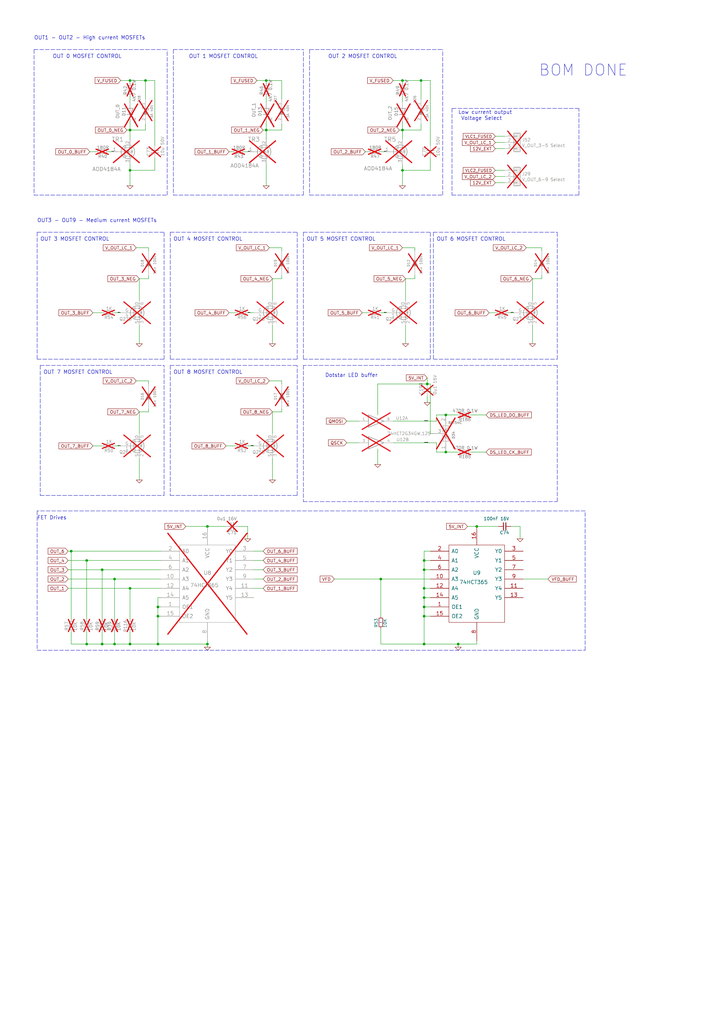
<source format=kicad_sch>
(kicad_sch (version 20231120) (generator "eeschema") (generator_version "8.0")
  (paper "A3" portrait)
  (title_block (title "Duet 3 Main Board 6XD") (date "2023-02-22") (rev "1.01") (company "Duet3d") (comment 1 "(c) Duet3D"))
  (junction (at 173.99 229.87))
  (junction (at 64.77 248.92))
  (junction (at 165.1 53.34))
  (junction (at 109.22 33.02))
  (junction (at 46.99 264.16))
  (junction (at 195.58 215.9))
  (junction (at 109.22 53.34))
  (junction (at 173.99 233.68))
  (junction (at 187.96 264.16))
  (junction (at 41.91 264.16))
  (junction (at 173.99 241.3))
  (junction (at 59.69 33.02))
  (junction (at 172.72 33.02))
  (junction (at 85.09 215.9))
  (junction (at 35.56 264.16))
  (junction (at 53.34 33.02))
  (junction (at 156.21 237.49))
  (junction (at 173.99 248.92))
  (junction (at 182.88 185.42))
  (junction (at 35.56 229.87))
  (junction (at 173.99 252.73))
  (junction (at 182.88 170.18))
  (junction (at 173.99 245.11))
  (junction (at 53.34 264.16))
  (junction (at 53.34 53.34))
  (junction (at 165.1 33.02))
  (junction (at 53.34 241.3))
  (junction (at 85.09 264.16))
  (junction (at 64.77 264.16))
  (junction (at 29.21 226.06))
  (junction (at 173.99 264.16))
  (junction (at 64.77 252.73))
  (junction (at 46.99 237.49))
  (junction (at 165.1 69.85))
  (junction (at 53.34 69.85))
  (junction (at 175.26 157.48))
  (junction (at 41.91 233.68))
  (wire (pts (xy 165.1 53.34) (xy 172.72 53.34)))
  (wire (pts (xy 187.96 170.18) (xy 182.88 170.18)))
  (wire (pts (xy 59.69 53.34) (xy 59.69 50.8)))
  (wire (pts (xy 27.94 233.68) (xy 41.91 233.68)))
  (wire (pts (xy 156.21 252.73) (xy 156.21 237.49)))
  (wire (pts (xy 29.21 254) (xy 29.21 226.06)))
  (wire (pts (xy 176.53 33.02) (xy 176.53 59.69)))
  (wire (pts (xy 27.94 229.87) (xy 35.56 229.87)))
  (wire (pts (xy 85.09 264.16) (xy 85.09 262.89)))
  (wire (pts (xy 166.37 114.3) (xy 166.37 123.19)))
  (wire (pts (xy 154.94 157.48) (xy 175.26 157.48)))
  (wire (pts (xy 27.94 237.49) (xy 46.99 237.49)))
  (wire (pts (xy 35.56 264.16) (xy 29.21 264.16)))
  (polyline (pts (xy 176.53 147.32) (xy 176.53 95.25)) (stroke (width 0) (type dash)))
  (wire (pts (xy 60.96 156.21) (xy 55.88 156.21)))
  (wire (pts (xy 115.57 168.91) (xy 115.57 167.64)))
  (wire (pts (xy 53.34 67.31) (xy 53.34 69.85)))
  (wire (pts (xy 173.99 248.92) (xy 173.99 252.73)))
  (wire (pts (xy 179.07 172.72) (xy 179.07 170.18)))
  (wire (pts (xy 38.1 128.27) (xy 41.91 128.27)))
  (wire (pts (xy 41.91 264.16) (xy 35.56 264.16)))
  (polyline (pts (xy 127 80.01) (xy 181.61 80.01)) (stroke (width 0) (type dash)))
  (wire (pts (xy 53.34 33.02) (xy 53.34 34.29)))
  (wire (pts (xy 41.91 254) (xy 41.91 233.68)))
  (wire (pts (xy 64.77 252.73) (xy 64.77 248.92)))
  (wire (pts (xy 207.01 74.93) (xy 203.2 74.93)))
  (wire (pts (xy 173.99 245.11) (xy 176.53 245.11)))
  (wire (pts (xy 57.15 168.91) (xy 60.96 168.91)))
  (polyline (pts (xy 71.12 20.32) (xy 124.46 20.32)) (stroke (width 0) (type dash)))
  (polyline (pts (xy 124.46 95.25) (xy 124.46 147.32)) (stroke (width 0) (type dash)))
  (wire (pts (xy 100.33 62.23) (xy 101.6 62.23)))
  (polyline (pts (xy 127 20.32) (xy 127 80.01)) (stroke (width 0) (type dash)))
  (wire (pts (xy 115.57 53.34) (xy 115.57 50.8)))
  (wire (pts (xy 199.39 170.18) (xy 193.04 170.18)))
  (wire (pts (xy 204.47 215.9) (xy 195.58 215.9)))
  (wire (pts (xy 35.56 229.87) (xy 66.04 229.87)))
  (wire (pts (xy 207.01 72.39) (xy 203.2 72.39)))
  (polyline (pts (xy 177.8 147.32) (xy 228.6 147.32)) (stroke (width 0) (type dash)))
  (wire (pts (xy 173.99 252.73) (xy 173.99 264.16)))
  (polyline (pts (xy 15.24 95.25) (xy 15.24 147.32)) (stroke (width 0) (type dash)))
  (wire (pts (xy 53.34 49.53) (xy 53.34 53.34)))
  (wire (pts (xy 64.77 264.16) (xy 85.09 264.16)))
  (wire (pts (xy 64.77 252.73) (xy 66.04 252.73)))
  (wire (pts (xy 109.22 33.02) (xy 109.22 34.29)))
  (wire (pts (xy 172.72 33.02) (xy 176.53 33.02)))
  (wire (pts (xy 45.72 62.23) (xy 44.45 62.23)))
  (wire (pts (xy 57.15 168.91) (xy 57.15 177.8)))
  (wire (pts (xy 191.77 215.9) (xy 195.58 215.9)))
  (wire (pts (xy 107.95 237.49) (xy 104.14 237.49)))
  (wire (pts (xy 175.26 162.56) (xy 175.26 165.1)))
  (wire (pts (xy 53.34 39.37) (xy 53.34 41.91)))
  (wire (pts (xy 115.57 157.48) (xy 115.57 156.21)))
  (wire (pts (xy 60.96 114.3) (xy 60.96 113.03)))
  (wire (pts (xy 209.55 215.9) (xy 213.36 215.9)))
  (polyline (pts (xy 69.85 149.86) (xy 69.85 203.2)) (stroke (width 0) (type dash)))
  (wire (pts (xy 172.72 40.64) (xy 172.72 33.02)))
  (wire (pts (xy 38.1 182.88) (xy 41.91 182.88)))
  (wire (pts (xy 154.94 184.15) (xy 154.94 190.5)))
  (wire (pts (xy 41.91 233.68) (xy 66.04 233.68)))
  (wire (pts (xy 173.99 241.3) (xy 173.99 245.11)))
  (polyline (pts (xy 69.85 95.25) (xy 69.85 147.32)) (stroke (width 0) (type dash)))
  (wire (pts (xy 156.21 237.49) (xy 176.53 237.49)))
  (wire (pts (xy 165.1 69.85) (xy 165.1 76.2)))
  (polyline (pts (xy 69.85 95.25) (xy 121.92 95.25)) (stroke (width 0) (type dash)))
  (polyline (pts (xy 228.6 149.86) (xy 124.46 149.86)) (stroke (width 0) (type dash)))
  (wire (pts (xy 46.99 264.16) (xy 41.91 264.16)))
  (wire (pts (xy 111.76 168.91) (xy 115.57 168.91)))
  (polyline (pts (xy 124.46 80.01) (xy 124.46 20.32)) (stroke (width 0) (type dash)))
  (polyline (pts (xy 15.24 147.32) (xy 67.31 147.32)) (stroke (width 0) (type dash)))
  (polyline (pts (xy 16.51 149.86) (xy 16.51 203.2)) (stroke (width 0) (type dash)))
  (wire (pts (xy 179.07 170.18) (xy 182.88 170.18)))
  (wire (pts (xy 165.1 67.31) (xy 165.1 69.85)))
  (wire (pts (xy 173.99 245.11) (xy 173.99 248.92)))
  (polyline (pts (xy 240.03 266.7) (xy 240.03 209.55)) (stroke (width 0) (type dash)))
  (polyline (pts (xy 240.03 209.55) (xy 15.24 209.55)) (stroke (width 0) (type dash)))
  (wire (pts (xy 156.21 257.81) (xy 156.21 264.16)))
  (wire (pts (xy 218.44 133.35) (xy 218.44 140.97)))
  (wire (pts (xy 46.99 128.27) (xy 49.53 128.27)))
  (wire (pts (xy 176.53 64.77) (xy 176.53 69.85)))
  (polyline (pts (xy 228.6 147.32) (xy 228.6 95.25)) (stroke (width 0) (type dash)))
  (polyline (pts (xy 69.85 147.32) (xy 121.92 147.32)) (stroke (width 0) (type dash)))
  (polyline (pts (xy 15.24 266.7) (xy 240.03 266.7)) (stroke (width 0) (type dash)))
  (wire (pts (xy 213.36 215.9) (xy 213.36 220.98)))
  (wire (pts (xy 115.57 102.87) (xy 115.57 101.6)))
  (wire (pts (xy 166.37 114.3) (xy 170.18 114.3)))
  (wire (pts (xy 173.99 229.87) (xy 176.53 229.87)))
  (wire (pts (xy 187.96 185.42) (xy 182.88 185.42)))
  (wire (pts (xy 107.95 229.87) (xy 104.14 229.87)))
  (polyline (pts (xy 127 20.32) (xy 181.61 20.32)) (stroke (width 0) (type dash)))
  (wire (pts (xy 60.96 101.6) (xy 55.88 101.6)))
  (wire (pts (xy 175.26 157.48) (xy 175.26 154.94)))
  (wire (pts (xy 195.58 264.16) (xy 187.96 264.16)))
  (wire (pts (xy 63.5 69.85) (xy 53.34 69.85)))
  (wire (pts (xy 170.18 114.3) (xy 170.18 113.03)))
  (wire (pts (xy 57.15 187.96) (xy 57.15 196.85)))
  (wire (pts (xy 36.83 62.23) (xy 39.37 62.23)))
  (wire (pts (xy 203.2 55.88) (xy 207.01 55.88)))
  (wire (pts (xy 115.57 156.21) (xy 110.49 156.21)))
  (wire (pts (xy 109.22 49.53) (xy 109.22 53.34)))
  (wire (pts (xy 170.18 102.87) (xy 170.18 101.6)))
  (wire (pts (xy 115.57 114.3) (xy 115.57 113.03)))
  (wire (pts (xy 92.71 182.88) (xy 96.52 182.88)))
  (wire (pts (xy 173.99 252.73) (xy 176.53 252.73)))
  (wire (pts (xy 85.09 215.9) (xy 92.71 215.9)))
  (wire (pts (xy 156.21 128.27) (xy 158.75 128.27)))
  (wire (pts (xy 115.57 40.64) (xy 115.57 33.02)))
  (wire (pts (xy 172.72 53.34) (xy 172.72 50.8)))
  (polyline (pts (xy 71.12 20.32) (xy 71.12 80.01)) (stroke (width 0) (type dash)))
  (wire (pts (xy 111.76 114.3) (xy 115.57 114.3)))
  (polyline (pts (xy 69.85 203.2) (xy 121.92 203.2)) (stroke (width 0) (type dash)))
  (wire (pts (xy 107.95 233.68) (xy 104.14 233.68)))
  (wire (pts (xy 35.56 254) (xy 35.56 229.87)))
  (wire (pts (xy 101.6 128.27) (xy 104.14 128.27)))
  (wire (pts (xy 63.5 33.02) (xy 63.5 59.69)))
  (wire (pts (xy 173.99 226.06) (xy 173.99 229.87)))
  (wire (pts (xy 149.86 62.23) (xy 151.13 62.23)))
  (wire (pts (xy 176.53 177.8) (xy 177.8 177.8)))
  (wire (pts (xy 173.99 229.87) (xy 173.99 233.68)))
  (wire (pts (xy 60.96 168.91) (xy 60.96 167.64)))
  (polyline (pts (xy 124.46 205.74) (xy 228.6 205.74)) (stroke (width 0) (type dash)))
  (wire (pts (xy 157.48 62.23) (xy 156.21 62.23)))
  (wire (pts (xy 173.99 226.06) (xy 176.53 226.06)))
  (wire (pts (xy 176.53 69.85) (xy 165.1 69.85)))
  (wire (pts (xy 76.2 215.9) (xy 85.09 215.9)))
  (polyline (pts (xy 16.51 149.86) (xy 67.31 149.86)) (stroke (width 0) (type dash)))
  (wire (pts (xy 161.29 172.72) (xy 179.07 172.72)))
  (wire (pts (xy 207.01 58.42) (xy 203.2 58.42)))
  (polyline (pts (xy 124.46 147.32) (xy 176.53 147.32)) (stroke (width 0) (type dash)))
  (wire (pts (xy 179.07 185.42) (xy 182.88 185.42)))
  (wire (pts (xy 218.44 114.3) (xy 222.25 114.3)))
  (wire (pts (xy 53.34 57.15) (xy 53.34 53.34)))
  (wire (pts (xy 222.25 101.6) (xy 215.9 101.6)))
  (polyline (pts (xy 185.42 80.01) (xy 237.49 80.01)) (stroke (width 0) (type dash)))
  (wire (pts (xy 115.57 101.6) (xy 110.49 101.6)))
  (wire (pts (xy 179.07 181.61) (xy 179.07 185.42)))
  (wire (pts (xy 214.63 237.49) (xy 224.79 237.49)))
  (polyline (pts (xy 124.46 95.25) (xy 176.53 95.25)) (stroke (width 0) (type dash)))
  (wire (pts (xy 111.76 168.91) (xy 111.76 177.8)))
  (wire (pts (xy 27.94 226.06) (xy 29.21 226.06)))
  (wire (pts (xy 46.99 254) (xy 46.99 237.49)))
  (polyline (pts (xy 15.24 95.25) (xy 67.31 95.25)) (stroke (width 0) (type dash)))
  (wire (pts (xy 59.69 33.02) (xy 63.5 33.02)))
  (wire (pts (xy 107.95 226.06) (xy 104.14 226.06)))
  (wire (pts (xy 173.99 233.68) (xy 173.99 241.3)))
  (polyline (pts (xy 13.97 80.01) (xy 68.58 80.01)) (stroke (width 0) (type dash)))
  (wire (pts (xy 195.58 264.16) (xy 195.58 262.89)))
  (wire (pts (xy 156.21 264.16) (xy 173.99 264.16)))
  (polyline (pts (xy 121.92 147.32) (xy 121.92 95.25)) (stroke (width 0) (type dash)))
  (wire (pts (xy 109.22 67.31) (xy 109.22 76.2)))
  (polyline (pts (xy 15.24 209.55) (xy 15.24 266.7)) (stroke (width 0) (type dash)))
  (wire (pts (xy 109.22 53.34) (xy 107.95 53.34)))
  (wire (pts (xy 57.15 133.35) (xy 57.15 140.97)))
  (polyline (pts (xy 68.58 80.01) (xy 68.58 20.32)) (stroke (width 0) (type dash)))
  (wire (pts (xy 170.18 101.6) (xy 165.1 101.6)))
  (polyline (pts (xy 16.51 203.2) (xy 67.31 203.2)) (stroke (width 0) (type dash)))
  (polyline (pts (xy 67.31 147.32) (xy 67.31 95.25)) (stroke (width 0) (type dash)))
  (polyline (pts (xy 121.92 203.2) (xy 121.92 149.86)) (stroke (width 0) (type dash)))
  (wire (pts (xy 111.76 114.3) (xy 111.76 123.19)))
  (polyline (pts (xy 71.12 80.01) (xy 124.46 80.01)) (stroke (width 0) (type dash)))
  (wire (pts (xy 101.6 215.9) (xy 101.6 220.98)))
  (wire (pts (xy 64.77 245.11) (xy 66.04 245.11)))
  (wire (pts (xy 207.01 60.96) (xy 203.2 60.96)))
  (wire (pts (xy 137.16 237.49) (xy 156.21 237.49)))
  (wire (pts (xy 165.1 57.15) (xy 165.1 53.34)))
  (wire (pts (xy 161.29 181.61) (xy 179.07 181.61)))
  (wire (pts (xy 59.69 40.64) (xy 59.69 33.02)))
  (wire (pts (xy 175.26 157.48) (xy 176.53 157.48)))
  (wire (pts (xy 218.44 114.3) (xy 218.44 123.19)))
  (wire (pts (xy 200.66 128.27) (xy 203.2 128.27)))
  (wire (pts (xy 208.28 128.27) (xy 210.82 128.27)))
  (wire (pts (xy 97.79 215.9) (xy 101.6 215.9)))
  (wire (pts (xy 111.76 133.35) (xy 111.76 140.97)))
  (wire (pts (xy 142.24 181.61) (xy 147.32 181.61)))
  (wire (pts (xy 165.1 53.34) (xy 163.83 53.34)))
  (polyline (pts (xy 185.42 44.45) (xy 185.42 80.01)) (stroke (width 0) (type dash)))
  (wire (pts (xy 60.96 157.48) (xy 60.96 156.21)))
  (wire (pts (xy 29.21 259.08) (xy 29.21 264.16)))
  (wire (pts (xy 161.29 33.02) (xy 165.1 33.02)))
  (wire (pts (xy 154.94 157.48) (xy 154.94 170.18)))
  (wire (pts (xy 109.22 33.02) (xy 115.57 33.02)))
  (wire (pts (xy 46.99 237.49) (xy 66.04 237.49)))
  (wire (pts (xy 93.98 62.23) (xy 95.25 62.23)))
  (wire (pts (xy 165.1 49.53) (xy 165.1 53.34)))
  (wire (pts (xy 222.25 102.87) (xy 222.25 101.6)))
  (polyline (pts (xy 177.8 95.25) (xy 228.6 95.25)) (stroke (width 0) (type dash)))
  (wire (pts (xy 66.04 248.92) (xy 64.77 248.92)))
  (wire (pts (xy 57.15 114.3) (xy 57.15 123.19)))
  (wire (pts (xy 203.2 69.85) (xy 207.01 69.85)))
  (wire (pts (xy 53.34 264.16) (xy 46.99 264.16)))
  (wire (pts (xy 53.34 53.34) (xy 52.07 53.34)))
  (wire (pts (xy 53.34 254) (xy 53.34 241.3)))
  (wire (pts (xy 165.1 33.02) (xy 165.1 34.29)))
  (wire (pts (xy 105.41 33.02) (xy 109.22 33.02)))
  (polyline (pts (xy 237.49 44.45) (xy 185.42 44.45)) (stroke (width 0) (type dash)))
  (wire (pts (xy 173.99 264.16) (xy 187.96 264.16)))
  (wire (pts (xy 35.56 259.08) (xy 35.56 264.16)))
  (wire (pts (xy 85.09 265.43) (xy 85.09 264.16)))
  (wire (pts (xy 109.22 57.15) (xy 109.22 53.34)))
  (wire (pts (xy 41.91 259.08) (xy 41.91 264.16)))
  (wire (pts (xy 165.1 33.02) (xy 172.72 33.02)))
  (wire (pts (xy 29.21 226.06) (xy 66.04 226.06)))
  (wire (pts (xy 109.22 53.34) (xy 115.57 53.34)))
  (wire (pts (xy 46.99 182.88) (xy 49.53 182.88)))
  (wire (pts (xy 53.34 264.16) (xy 64.77 264.16)))
  (polyline (pts (xy 69.85 149.86) (xy 121.92 149.86)) (stroke (width 0) (type dash)))
  (wire (pts (xy 64.77 252.73) (xy 64.77 264.16)))
  (polyline (pts (xy 67.31 203.2) (xy 67.31 149.86)) (stroke (width 0) (type dash)))
  (polyline (pts (xy 237.49 80.01) (xy 237.49 44.45)) (stroke (width 0) (type dash)))
  (wire (pts (xy 64.77 248.92) (xy 64.77 245.11)))
  (wire (pts (xy 142.24 172.72) (xy 147.32 172.72)))
  (wire (pts (xy 60.96 102.87) (xy 60.96 101.6)))
  (wire (pts (xy 53.34 53.34) (xy 59.69 53.34)))
  (wire (pts (xy 109.22 39.37) (xy 109.22 41.91)))
  (wire (pts (xy 187.96 265.43) (xy 187.96 264.16)))
  (wire (pts (xy 111.76 187.96) (xy 111.76 196.85)))
  (wire (pts (xy 53.34 241.3) (xy 66.04 241.3)))
  (polyline (pts (xy 177.8 95.25) (xy 177.8 147.32)) (stroke (width 0) (type dash)))
  (wire (pts (xy 166.37 133.35) (xy 166.37 140.97)))
  (polyline (pts (xy 228.6 205.74) (xy 228.6 149.86)) (stroke (width 0) (type dash)))
  (polyline (pts (xy 13.97 20.32) (xy 13.97 80.01)) (stroke (width 0) (type dash)))
  (wire (pts (xy 222.25 114.3) (xy 222.25 113.03)))
  (wire (pts (xy 53.34 259.08) (xy 53.34 264.16)))
  (wire (pts (xy 176.53 248.92) (xy 173.99 248.92)))
  (wire (pts (xy 165.1 39.37) (xy 165.1 41.91)))
  (wire (pts (xy 173.99 241.3) (xy 176.53 241.3)))
  (wire (pts (xy 176.53 157.48) (xy 176.53 177.8)))
  (wire (pts (xy 199.39 185.42) (xy 193.04 185.42)))
  (wire (pts (xy 57.15 114.3) (xy 60.96 114.3)))
  (wire (pts (xy 49.53 33.02) (xy 53.34 33.02)))
  (wire (pts (xy 53.34 33.02) (xy 59.69 33.02)))
  (wire (pts (xy 46.99 259.08) (xy 46.99 264.16)))
  (wire (pts (xy 101.6 182.88) (xy 104.14 182.88)))
  (wire (pts (xy 148.59 128.27) (xy 151.13 128.27)))
  (wire (pts (xy 63.5 64.77) (xy 63.5 69.85)))
  (wire (pts (xy 107.95 241.3) (xy 104.14 241.3)))
  (wire (pts (xy 173.99 233.68) (xy 176.53 233.68)))
  (wire (pts (xy 53.34 69.85) (xy 53.34 76.2)))
  (polyline (pts (xy 181.61 80.01) (xy 181.61 20.32)) (stroke (width 0) (type dash)))
  (wire (pts (xy 27.94 241.3) (xy 53.34 241.3)))
  (polyline (pts (xy 124.46 149.86) (xy 124.46 205.74)) (stroke (width 0) (type dash)))
  (polyline (pts (xy 13.97 20.32) (xy 68.58 20.32)) (stroke (width 0) (type dash)))
  (wire (pts (xy 93.98 128.27) (xy 96.52 128.27)))
  (text "Dotstar LED buffer" (at 133.35 154.94 0) (effects (font (size 1.524 1.524)) (justify left bottom)))
  (text "OUT 0 MOSFET CONTROL" (at 21.59 24.13 0) (effects (font (size 1.524 1.524)) (justify left bottom)))
  (text "OUT 7 MOSFET CONTROL" (at 17.78 153.67 0) (effects (font (size 1.524 1.524)) (justify left bottom)))
  (text "OUT3 - OUT9 - Medium current MOSFETs" (at 15.24 91.44 0) (effects (font (size 1.524 1.524)) (justify left bottom)))
  (text "OUT 2 MOSFET CONTROL" (at 134.62 24.13 0) (effects (font (size 1.524 1.524)) (justify left bottom)))
  (text "OUT 5 MOSFET CONTROL" (at 125.73 99.06 0) (effects (font (size 1.524 1.524)) (justify left bottom)))
  (text "OUT 8 MOSFET CONTROL" (at 71.12 153.67 0) (effects (font (size 1.524 1.524)) (justify left bottom)))
  (text "OUT 6 MOSFET CONTROL" (at 179.07 99.06 0) (effects (font (size 1.524 1.524)) (justify left bottom)))
  (text "FET Drives" (at 15.24 213.36 0) (effects (font (size 1.524 1.524)) (justify left bottom)))
  (text "OUT 4 MOSFET CONTROL" (at 71.12 99.06 0) (effects (font (size 1.524 1.524)) (justify left bottom)))
  (text "OUT 3 MOSFET CONTROL" (at 16.51 99.06 0) (effects (font (size 1.524 1.524)) (justify left bottom)))
  (text "OUT 1 MOSFET CONTROL" (at 77.47 24.13 0) (effects (font (size 1.524 1.524)) (justify left bottom)))
  (text "Low current output\n Voltage Select" (at 187.96 49.53 0) (effects (font (size 1.524 1.524)) (justify left bottom)))
  (text "BOM DONE\n" (at 239.268 28.956 0) (effects (font (size 4.572 4.572))))
  (text "OUT1 - OUT2 - High current MOSFETs" (at 13.97 16.51 0) (effects (font (size 1.524 1.524)) (justify left bottom)))
  (label "out3_g" (at 48.26 128.27 0) (effects (font (size 0.2032 0.2032))))
  (label "TR1_G" (at 45.72 62.23 0) (effects (font (size 0.2032 0.2032))))
  (label "out8_g" (at 102.87 182.88 0) (effects (font (size 0.2032 0.2032))))
  (label "U12_OUTB" (at 173.99 181.61 0) (effects (font (size 0.2032 0.2032))))
  (label "out7_g" (at 48.26 182.88 0) (effects (font (size 0.2032 0.2032))))
  (label "U12_OUTA" (at 173.99 172.72 0) (effects (font (size 0.2032 0.2032))))
  (label "TR3_G" (at 101.6 62.23 0) (effects (font (size 0.2032 0.2032))))
  (label "TR5_G" (at 157.48 62.23 0) (effects (font (size 0.2032 0.2032))))
  (label "out6_g" (at 209.55 128.27 0) (effects (font (size 0.2032 0.2032))))
  (label "out4_g" (at 101.6 128.27 0) (effects (font (size 0.2032 0.2032))))
  (label "out5_g" (at 157.48 128.27 0) (effects (font (size 0.2032 0.2032))))
  (global_label "QMOSI" (shape input) (at 142.24 172.72 180) (property "Intersheetrefs" "${INTERSHEET_REFS}" (effects (hide yes))))
  (global_label "DS_LED_DO_BUFF" (shape input) (at 199.39 170.18 0) (property "Intersheetrefs" "${INTERSHEET_REFS}" (effects (hide yes))))
  (global_label "OUT_6_BUFF" (shape input) (at 107.95 226.06 0) (property "Intersheetrefs" "${INTERSHEET_REFS}" (effects (hide yes))))
  (global_label "OUT_1_BUFF" (shape input) (at 107.95 241.3 0) (property "Intersheetrefs" "${INTERSHEET_REFS}" (effects (hide yes))))
  (global_label "OUT_6_NEG" (shape input) (at 218.44 114.3 180) (property "Intersheetrefs" "${INTERSHEET_REFS}" (effects (hide yes))))
  (global_label "OUT_8_BUFF" (shape input) (at 92.71 182.88 180) (property "Intersheetrefs" "${INTERSHEET_REFS}" (effects (hide yes))))
  (global_label "V_FUSED" (shape input) (at 161.29 33.02 180) (property "Intersheetrefs" "${INTERSHEET_REFS}" (effects (hide yes))))
  (global_label "VFD_BUFF" (shape input) (at 224.79 237.49 0) (property "Intersheetrefs" "${INTERSHEET_REFS}" (effects (hide yes))))
  (global_label "5V_INT" (shape input) (at 76.2 215.9 180) (property "Intersheetrefs" "${INTERSHEET_REFS}" (effects (hide yes))))
  (global_label "OUT_4_BUFF" (shape input) (at 107.95 229.87 0) (property "Intersheetrefs" "${INTERSHEET_REFS}" (effects (hide yes))))
  (global_label "OUT_4_BUFF" (shape input) (at 93.98 128.27 180) (property "Intersheetrefs" "${INTERSHEET_REFS}" (effects (hide yes))))
  (global_label "12V_EXT" (shape input) (at 203.2 74.93 180) (property "Intersheetrefs" "${INTERSHEET_REFS}" (effects (hide yes))))
  (global_label "OUT_5_NEG" (shape input) (at 166.37 114.3 180) (property "Intersheetrefs" "${INTERSHEET_REFS}" (effects (hide yes))))
  (global_label "V_OUT_LC_1" (shape input) (at 110.49 101.6 180) (property "Intersheetrefs" "${INTERSHEET_REFS}" (effects (hide yes))))
  (global_label "OUT_2" (shape input) (at 27.94 237.49 180) (property "Intersheetrefs" "${INTERSHEET_REFS}" (effects (hide yes))))
  (global_label "OUT_5_BUFF" (shape input) (at 148.59 128.27 180) (property "Intersheetrefs" "${INTERSHEET_REFS}" (effects (hide yes))))
  (global_label "V_OUT_LC_2" (shape input) (at 110.49 156.21 180) (property "Intersheetrefs" "${INTERSHEET_REFS}" (effects (hide yes))))
  (global_label "QSCK" (shape input) (at 142.24 181.61 180) (property "Intersheetrefs" "${INTERSHEET_REFS}" (effects (hide yes))))
  (global_label "VLC2_FUSED" (shape input) (at 203.2 69.85 180) (effects (font (size 1.1938 1.1938))) (property "Intersheetrefs" "${INTERSHEET_REFS}" (effects (hide yes))))
  (global_label "V_OUT_LC_2" (shape input) (at 55.88 156.21 180) (property "Intersheetrefs" "${INTERSHEET_REFS}" (effects (hide yes))))
  (global_label "OUT_1_BUFF" (shape input) (at 93.98 62.23 180) (property "Intersheetrefs" "${INTERSHEET_REFS}" (effects (hide yes))))
  (global_label "OUT_6" (shape input) (at 27.94 226.06 180) (property "Intersheetrefs" "${INTERSHEET_REFS}" (effects (hide yes))))
  (global_label "OUT_7_NEG" (shape input) (at 57.15 168.91 180) (property "Intersheetrefs" "${INTERSHEET_REFS}" (effects (hide yes))))
  (global_label "OUT_2_BUFF" (shape input) (at 107.95 237.49 0) (property "Intersheetrefs" "${INTERSHEET_REFS}" (effects (hide yes))))
  (global_label "OUT_2_NEG" (shape input) (at 163.83 53.34 180) (property "Intersheetrefs" "${INTERSHEET_REFS}" (effects (hide yes))))
  (global_label "DS_LED_CK_BUFF" (shape input) (at 199.39 185.42 0) (property "Intersheetrefs" "${INTERSHEET_REFS}" (effects (hide yes))))
  (global_label "OUT_3_BUFF" (shape input) (at 38.1 128.27 180) (property "Intersheetrefs" "${INTERSHEET_REFS}" (effects (hide yes))))
  (global_label "OUT_2_BUFF" (shape input) (at 149.86 62.23 180) (property "Intersheetrefs" "${INTERSHEET_REFS}" (effects (hide yes))))
  (global_label "OUT_3_BUFF" (shape input) (at 107.95 233.68 0) (property "Intersheetrefs" "${INTERSHEET_REFS}" (effects (hide yes))))
  (global_label "V_OUT_LC_2" (shape input) (at 203.2 72.39 180) (property "Intersheetrefs" "${INTERSHEET_REFS}" (effects (hide yes))))
  (global_label "V_OUT_LC_1" (shape input) (at 55.88 101.6 180) (property "Intersheetrefs" "${INTERSHEET_REFS}" (effects (hide yes))))
  (global_label "OUT_6_BUFF" (shape input) (at 200.66 128.27 180) (property "Intersheetrefs" "${INTERSHEET_REFS}" (effects (hide yes))))
  (global_label "5V_INT" (shape input) (at 191.77 215.9 180) (property "Intersheetrefs" "${INTERSHEET_REFS}" (effects (hide yes))))
  (global_label "V_FUSED" (shape input) (at 49.53 33.02 180) (property "Intersheetrefs" "${INTERSHEET_REFS}" (effects (hide yes))))
  (global_label "V_OUT_LC_1" (shape input) (at 203.2 58.42 180) (property "Intersheetrefs" "${INTERSHEET_REFS}" (effects (hide yes))))
  (global_label "VLC1_FUSED" (shape input) (at 203.2 55.88 180) (effects (font (size 1.1938 1.1938))) (property "Intersheetrefs" "${INTERSHEET_REFS}" (effects (hide yes))))
  (global_label "V_FUSED" (shape input) (at 105.41 33.02 180) (property "Intersheetrefs" "${INTERSHEET_REFS}" (effects (hide yes))))
  (global_label "OUT_4_NEG" (shape input) (at 111.76 114.3 180) (property "Intersheetrefs" "${INTERSHEET_REFS}" (effects (hide yes))))
  (global_label "OUT_0_BUFF" (shape input) (at 36.83 62.23 180) (property "Intersheetrefs" "${INTERSHEET_REFS}" (effects (hide yes))))
  (global_label "OUT_3_NEG" (shape input) (at 57.15 114.3 180) (property "Intersheetrefs" "${INTERSHEET_REFS}" (effects (hide yes))))
  (global_label "VFD" (shape input) (at 137.16 237.49 180) (property "Intersheetrefs" "${INTERSHEET_REFS}" (effects (hide yes))))
  (global_label "OUT_8_NEG" (shape input) (at 111.76 168.91 180) (property "Intersheetrefs" "${INTERSHEET_REFS}" (effects (hide yes))))
  (global_label "OUT_1" (shape input) (at 27.94 241.3 180) (property "Intersheetrefs" "${INTERSHEET_REFS}" (effects (hide yes))))
  (global_label "OUT_7_BUFF" (shape input) (at 38.1 182.88 180) (property "Intersheetrefs" "${INTERSHEET_REFS}" (effects (hide yes))))
  (global_label "OUT_1_NEG" (shape input) (at 107.95 53.34 180) (property "Intersheetrefs" "${INTERSHEET_REFS}" (effects (hide yes))))
  (global_label "V_OUT_LC_2" (shape input) (at 215.9 101.6 180) (property "Intersheetrefs" "${INTERSHEET_REFS}" (effects (hide yes))))
  (global_label "5V_INT" (shape input) (at 175.26 154.94 180) (property "Intersheetrefs" "${INTERSHEET_REFS}" (effects (hide yes))))
  (global_label "V_OUT_LC_1" (shape input) (at 165.1 101.6 180) (property "Intersheetrefs" "${INTERSHEET_REFS}" (effects (hide yes))))
  (global_label "12V_EXT" (shape input) (at 203.2 60.96 180) (property "Intersheetrefs" "${INTERSHEET_REFS}" (effects (hide yes))))
  (global_label "OUT_3" (shape input) (at 27.94 233.68 180) (property "Intersheetrefs" "${INTERSHEET_REFS}" (effects (hide yes))))
  (global_label "OUT_4" (shape input) (at 27.94 229.87 180) (property "Intersheetrefs" "${INTERSHEET_REFS}" (effects (hide yes))))
  (global_label "OUT_0_NEG" (shape input) (at 52.07 53.34 180) (property "Intersheetrefs" "${INTERSHEET_REFS}" (effects (hide yes))))
  (symbol (lib_name "GND_9") (lib_id "Duet3:GND") (at 166.37 140.97 0) (unit 1)
    (property "Reference" "#PWR055" (effects (hide yes)))
    (property "Value" "GND" (effects (hide yes)))
  )
  (symbol (lib_id "Device:R_Small") (at 46.99 256.54 180) (unit 1) (in_bom no) (on_board no) (dnp yes)
    (property "Reference" "R39" (at 45.085 256.7432 90))
    (property "Value" "10K" (at 48.7172 256.8448 90))
    (property "Footprint" "Resistor_SMD:R_0402_1005Metric_Wbry" (effects (hide yes)))
    (property "Datasheet" "~" (at 46.99 256.54 0) (effects (font (size 1.524 1.524))))
    (property "Part Number" "RMCS0402FT10K0" (effects (hide yes)))
  )
  (symbol (lib_id "Device:R_Small") (at 153.67 128.27 270) (unit 1) (in_bom no) (on_board no) (dnp yes)
    (property "Reference" "R41" (at 153.8732 130.175 90))
    (property "Value" "1K" (at 153.9748 126.5428 90))
    (property "Footprint" "Resistor_SMD:R_0402_1005Metric_Wbry" (effects (hide yes)))
    (property "Datasheet" "~" (at 153.67 128.27 0) (effects (font (size 1.524 1.524))))
    (property "Part Number" "RC0402FR-131KL" (effects (hide yes)))
  )
  (symbol (lib_id "Duet3:DIODE") (at 170.18 107.95 90) (unit 1) (in_bom no) (on_board no) (dnp yes)
    (property "Reference" "D12" (at 167.64 107.95 0) (effects (font (size 1.016 1.016))))
    (property "Value" "1A+ 100V+" (at 172.72 107.95 0) (effects (font (size 1.016 1.016))))
    (property "Footprint" "complib:DO-219AB" (effects (hide yes)))
    (property "Part Number" "VS-1EFH02HM3/I /  ES1CL RVG" (effects (hide yes)))
  )
  (symbol (lib_id "Device:C_Small") (at 95.25 215.9 90) (unit 1) (in_bom no) (on_board no) (dnp yes)
    (property "Reference" "C71" (at 97.155 218.44 90) (effects (justify left)))
    (property "Value" "0u1 16V" (at 97.155 212.725 90) (effects (justify left)))
    (property "Footprint" "Capacitor_SMD:C_0402_1005Metric_Wbry" (effects (hide yes)))
    (property "Part Number" "0402YC104KAT2A" (effects (hide yes)))
  )
  (symbol (lib_name "GND_6") (lib_id "Duet3:GND") (at 101.6 220.98 0) (unit 1)
    (property "Reference" "#PWR057" (effects (hide yes)))
    (property "Value" "GND" (effects (hide yes)))
  )
  (symbol (lib_name "GND_11") (lib_id "Duet3:GND") (at 218.44 140.97 0) (unit 1)
    (property "Reference" "#PWR059" (effects (hide yes)))
    (property "Value" "GND" (effects (hide yes)))
  )
  (symbol (lib_id "Device:R_Small") (at 205.74 128.27 270) (unit 1) (in_bom no) (on_board no) (dnp yes)
    (property "Reference" "R45" (at 205.9432 130.175 90))
    (property "Value" "1K" (at 206.0448 126.5428 90))
    (property "Footprint" "Resistor_SMD:R_0402_1005Metric_Wbry" (effects (hide yes)))
    (property "Datasheet" "~" (at 205.74 128.27 0) (effects (font (size 1.524 1.524))))
    (property "Part Number" "RC0402FR-131KL" (effects (hide yes)))
  )
  (symbol (lib_id "Duet3:DIODE") (at 222.25 107.95 90) (unit 1) (in_bom no) (on_board no) (dnp yes)
    (property "Reference" "D14" (at 219.71 107.95 0) (effects (font (size 1.016 1.016))))
    (property "Value" "1A+ 100V+" (at 224.79 107.95 0) (effects (font (size 1.016 1.016))))
    (property "Footprint" "complib:DO-219AB" (effects (hide yes)))
    (property "Part Number" "VS-1EFH02HM3/I /  ES1CL RVG" (effects (hide yes)))
  )
  (symbol (lib_name "GND_3") (lib_id "Duet3:GND") (at 57.15 196.85 0) (unit 1)
    (property "Reference" "#PWR061" (effects (hide yes)))
    (property "Value" "GND" (effects (hide yes)))
  )
  (symbol (lib_id "Device:R_Small") (at 44.45 182.88 270) (unit 1) (in_bom no) (on_board no) (dnp yes)
    (property "Reference" "R50" (at 44.6532 184.785 90))
    (property "Value" "1K" (at 44.7548 181.1528 90))
    (property "Footprint" "Resistor_SMD:R_0402_1005Metric_Wbry" (effects (hide yes)))
    (property "Datasheet" "~" (at 44.45 182.88 0) (effects (font (size 1.524 1.524))))
    (property "Part Number" "RC0402FR-131KL" (effects (hide yes)))
  )
  (symbol (lib_id "Duet3:DIODE") (at 60.96 162.56 90) (unit 1) (in_bom no) (on_board no) (dnp yes)
    (property "Reference" "D16" (at 58.42 162.56 0) (effects (font (size 1.016 1.016))))
    (property "Value" "1A+ 100V+" (at 63.5 162.56 0) (effects (font (size 1.016 1.016))))
    (property "Footprint" "complib:DO-219AB" (effects (hide yes)))
    (property "Part Number" "VS-1EFH02HM3/I /  ES1CL RVG" (effects (hide yes)))
  )
  (symbol (lib_name "GND_5") (lib_id "Duet3:GND") (at 111.76 196.85 0) (unit 1)
    (property "Reference" "#PWR062" (effects (hide yes)))
    (property "Value" "GND" (effects (hide yes)))
  )
  (symbol (lib_id "Device:R_Small") (at 99.06 182.88 270) (unit 1) (in_bom no) (on_board no) (dnp yes)
    (property "Reference" "R52" (at 99.2632 184.785 90))
    (property "Value" "1K" (at 99.3648 181.1528 90))
    (property "Footprint" "Resistor_SMD:R_0402_1005Metric_Wbry" (effects (hide yes)))
    (property "Datasheet" "~" (at 99.06 182.88 0) (effects (font (size 1.524 1.524))))
    (property "Part Number" "RC0402FR-131KL" (effects (hide yes)))
  )
  (symbol (lib_id "Duet3:DIODE") (at 115.57 162.56 90) (unit 1) (in_bom no) (on_board no) (dnp yes)
    (property "Reference" "D17" (at 113.03 162.56 0) (effects (font (size 1.016 1.016))))
    (property "Value" "1A+ 100V+" (at 118.11 162.56 0) (effects (font (size 1.016 1.016))))
    (property "Footprint" "complib:DO-219AB" (effects (hide yes)))
    (property "Part Number" "VS-1EFH02HM3/I /  ES1CL RVG" (effects (hide yes)))
  )
  (symbol (lib_name "GND_14") (lib_id "Duet3:GND") (at 57.15 140.97 0) (unit 1)
    (property "Reference" "#PWR063" (effects (hide yes)))
    (property "Value" "GND" (effects (hide yes)))
  )
  (symbol (lib_id "Device:R_Small") (at 156.21 255.27 180) (unit 1)
    (property "Reference" "R53" (at 154.305 255.4732 90))
    (property "Value" "10K" (at 157.9372 255.5748 90))
    (property "Footprint" "Resistor_SMD:R_0402_1005Metric_Wbry" (effects (hide yes)))
    (property "Datasheet" "~" (at 156.21 255.27 0) (effects (font (size 1.524 1.524))))
    (property "Part Number" "AC0402FR-0710KL" (effects (hide yes)))
    (property "LCSC" "C144807" (effects (hide yes)))
  )
  (symbol (lib_id "Device:R_Small") (at 44.45 128.27 270) (unit 1) (in_bom no) (on_board no) (dnp yes)
    (property "Reference" "R54" (at 44.6532 130.175 90))
    (property "Value" "1K" (at 44.7548 126.5428 90))
    (property "Footprint" "Resistor_SMD:R_0402_1005Metric_Wbry" (effects (hide yes)))
    (property "Datasheet" "~" (at 44.45 128.27 0) (effects (font (size 1.524 1.524))))
    (property "Part Number" "RC0402FR-131KL" (effects (hide yes)))
  )
  (symbol (lib_id "Duet3:DIODE") (at 60.96 107.95 90) (unit 1) (in_bom no) (on_board no) (dnp yes)
    (property "Reference" "D18" (at 58.42 107.95 0) (effects (font (size 1.016 1.016))))
    (property "Value" "1A+ 100V+" (at 63.5 107.95 0) (effects (font (size 1.016 1.016))))
    (property "Footprint" "complib:DO-219AB" (effects (hide yes)))
    (property "Part Number" "VS-1EFH02HM3/I /  ES1CL RVG" (effects (hide yes)))
  )
  (symbol (lib_name "GND_13") (lib_id "Duet3:GND") (at 111.76 140.97 0) (unit 1)
    (property "Reference" "#PWR064" (effects (hide yes)))
    (property "Value" "GND" (effects (hide yes)))
  )
  (symbol (lib_id "Device:R_Small") (at 99.06 128.27 270) (unit 1) (in_bom no) (on_board no) (dnp yes)
    (property "Reference" "R56" (at 99.2632 130.175 90))
    (property "Value" "1K" (at 99.3648 126.5428 90))
    (property "Footprint" "Resistor_SMD:R_0402_1005Metric_Wbry" (effects (hide yes)))
    (property "Datasheet" "~" (at 99.06 128.27 0) (effects (font (size 1.524 1.524))))
    (property "Part Number" "RC0402FR-131KL" (effects (hide yes)))
  )
  (symbol (lib_id "Duet3:DIODE") (at 115.57 107.95 90) (unit 1) (in_bom no) (on_board no) (dnp yes)
    (property "Reference" "D19" (at 113.03 107.95 0) (effects (font (size 1.016 1.016))))
    (property "Value" "1A+ 100V+" (at 118.11 107.95 0) (effects (font (size 1.016 1.016))))
    (property "Footprint" "complib:DO-219AB" (effects (hide yes)))
    (property "Part Number" "VS-1EFH02HM3/I /  ES1CL RVG" (effects (hide yes)))
  )
  (symbol (lib_id "Device:Q_NMOS_GDS") (at 50.8 62.23 0) (unit 1) (in_bom no) (on_board no) (dnp yes)
    (property "Reference" "TR1" (at 48.26 57.15 0) (effects (font (size 1.778 1.778))))
    (property "Value" "AOD4184A" (at 43.688 69.342 0) (effects (font (size 1.524 1.524))))
    (property "Footprint" "Package_TO_SOT_SMD:TO-252-2_vias" (effects (hide yes)))
    (property "Part Number" "AOD66406 / AOD4184A " (effects (hide yes)))
  )
  (symbol (lib_id "Duet3:GND") (at 53.34 76.2 0) (unit 1)
    (property "Reference" "#PWR054" (effects (hide yes)))
    (property "Value" "GND" (effects (hide yes)))
  )
  (symbol (lib_id "Device:R_Small") (at 41.91 62.23 270) (unit 1) (in_bom no) (on_board no) (dnp yes)
    (property "Reference" "R40" (at 42.1132 64.135 90))
    (property "Value" "180R" (at 42.2148 60.5028 90))
    (property "Footprint" "Resistor_SMD:R_0402_1005Metric_Wbry" (effects (hide yes)))
    (property "Datasheet" "~" (at 41.91 62.23 0) (effects (font (size 1.524 1.524))))
    (property "Part Number" "RMCF0402FT180R" (effects (hide yes)))
  )
  (symbol (lib_id "Device:C_Small") (at 176.53 62.23 0) (unit 1) (in_bom no) (on_board no) (dnp yes)
    (property "Reference" "C70" (at 173.99 64.135 90) (effects (justify left)))
    (property "Value" "10u 50V" (at 179.705 64.135 90) (effects (justify left)))
    (property "Footprint" "Capacitor_SMD:C_1206_3216Metric" (effects (hide yes)))
    (property "Part Number" "CL31A106KBHNNNE" (effects (hide yes)))
  )
  (symbol (lib_id "Device:LED") (at 53.34 45.72 90) (unit 1) (in_bom no) (on_board no) (dnp yes)
    (property "Reference" "D11" (at 50.8 45.72 0))
    (property "Value" "OUT_0" (at 48.26 45.72 0))
    (property "Footprint" "LED_SMD:LED_0603_1608Metric" (effects (hide yes)))
    (property "Part Number" "150060RS75000 or equivalent Red" (effects (hide yes)))
  )
  (symbol (lib_id "Device:R_Small") (at 53.34 36.83 180) (unit 1) (in_bom no) (on_board no) (dnp yes)
    (property "Reference" "R42" (at 51.435 37.0332 90))
    (property "Value" "4K7 0.1W" (at 55.0672 37.1348 90))
    (property "Footprint" "Resistor_SMD:R_0402_1005Metric_Wbry" (effects (hide yes)))
    (property "Datasheet" "~" (at 53.34 36.83 0) (effects (font (size 1.524 1.524))))
    (property "Part Number" "RK73H1ETTP4701F" (effects (hide yes)))
  )
  (symbol (lib_id "Duet3:74HCT365") (at 85.09 237.49 0) (unit 1) (in_bom no) (on_board no) (dnp yes)
    (property "Reference" "U8" (at 85.09 234.95 0) (effects (font (size 1.524 1.524))))
    (property "Value" "74HCT365" (at 83.82 240.03 0) (effects (font (size 1.524 1.524))))
    (property "Footprint" "Package_SO:TSSOP-16_4.4x5mm_P0.65mm" (effects (hide yes)))
    (property "Part Number" "MC74HCT365ADTR2G" (effects (hide yes)))
  )
  (symbol (lib_id "Device:Q_NMOS_GDS") (at 106.68 62.23 0) (unit 1) (in_bom no) (on_board no) (dnp yes)
    (property "Reference" "TR3" (at 104.14 57.15 0) (effects (font (size 1.778 1.778))))
    (property "Value" "AOD4184A" (at 100.33 67.945 0) (effects (font (size 1.524 1.524))))
    (property "Footprint" "Package_TO_SOT_SMD:TO-252-2_vias" (effects (hide yes)))
    (property "Part Number" "AOD66406 / AOD4184A " (effects (hide yes)))
  )
  (symbol (lib_name "GND_8") (lib_id "Duet3:GND") (at 109.22 76.2 0) (unit 1)
    (property "Reference" "#PWR058" (effects (hide yes)))
    (property "Value" "GND" (effects (hide yes)))
  )
  (symbol (lib_id "Device:R_Small") (at 97.79 62.23 270) (unit 1) (in_bom no) (on_board no) (dnp yes)
    (property "Reference" "R43" (at 97.9932 64.135 90))
    (property "Value" "180R" (at 98.0948 60.5028 90))
    (property "Footprint" "Resistor_SMD:R_0402_1005Metric_Wbry" (effects (hide yes)))
    (property "Datasheet" "~" (at 97.79 62.23 0) (effects (font (size 1.524 1.524))))
    (property "Part Number" "RMCF0402FT180R" (effects (hide yes)))
  )
  (symbol (lib_id "Device:LED") (at 109.22 45.72 90) (unit 1) (in_bom no) (on_board no) (dnp yes)
    (property "Reference" "D13" (at 106.68 45.72 0))
    (property "Value" "OUT_1" (at 104.14 45.085 0))
    (property "Footprint" "LED_SMD:LED_0603_1608Metric" (effects (hide yes)))
    (property "Part Number" "150060RS75000 or equivalent Red" (effects (hide yes)))
  )
  (symbol (lib_id "Device:R_Small") (at 109.22 36.83 180) (unit 1) (in_bom no) (on_board no) (dnp yes)
    (property "Reference" "R46" (at 107.315 37.0332 90))
    (property "Value" "4K7 0.1W" (at 110.9472 37.1348 90))
    (property "Footprint" "Resistor_SMD:R_0402_1005Metric_Wbry" (effects (hide yes)))
    (property "Datasheet" "~" (at 109.22 36.83 0) (effects (font (size 1.524 1.524))))
    (property "Part Number" "RK73H1ETTP4701F" (effects (hide yes)))
  )
  (symbol (lib_id "Device:Q_NMOS_GDS") (at 162.56 62.23 0) (unit 1) (in_bom no) (on_board no) (dnp yes)
    (property "Reference" "TR5" (at 160.02 57.15 0) (effects (font (size 1.778 1.778))))
    (property "Value" "AOD4184A" (at 155.067 69.088 0) (effects (font (size 1.524 1.524))))
    (property "Footprint" "Package_TO_SOT_SMD:TO-252-2_vias" (effects (hide yes)))
    (property "Part Number" "AOD66406 / AOD4184A " (effects (hide yes)))
  )
  (symbol (lib_name "GND_12") (lib_id "Duet3:GND") (at 165.1 76.2 0) (unit 1)
    (property "Reference" "#PWR060" (effects (hide yes)))
    (property "Value" "GND" (effects (hide yes)))
  )
  (symbol (lib_id "Device:R_Small") (at 153.67 62.23 270) (unit 1) (in_bom no) (on_board no) (dnp yes)
    (property "Reference" "R47" (at 153.8732 64.135 90))
    (property "Value" "180R" (at 153.9748 60.5028 90))
    (property "Footprint" "Resistor_SMD:R_0402_1005Metric_Wbry" (effects (hide yes)))
    (property "Datasheet" "~" (at 153.67 62.23 0) (effects (font (size 1.524 1.524))))
    (property "Part Number" "RMCF0402FT180R" (effects (hide yes)))
  )
  (symbol (lib_id "Device:C_Small") (at 63.5 62.23 0) (unit 1) (in_bom no) (on_board no) (dnp yes)
    (property "Reference" "C73" (at 60.96 64.135 90) (effects (justify left)))
    (property "Value" "10u 50V" (at 66.675 64.135 90) (effects (justify left)))
    (property "Footprint" "Capacitor_SMD:C_1206_3216Metric" (effects (hide yes)))
    (property "Part Number" "CL31A106KBHNNNE" (effects (hide yes)))
  )
  (symbol (lib_id "Device:LED") (at 165.1 45.72 90) (unit 1) (in_bom no) (on_board no) (dnp yes)
    (property "Reference" "D15" (at 162.56 45.72 0))
    (property "Value" "OUT_2" (at 160.02 46.355 0))
    (property "Footprint" "LED_SMD:LED_0603_1608Metric" (effects (hide yes)))
    (property "Part Number" "150060RS75000 or equivalent Red" (effects (hide yes)))
  )
  (symbol (lib_id "Device:R_Small") (at 165.1 36.83 180) (unit 1) (in_bom no) (on_board no) (dnp yes)
    (property "Reference" "R49" (at 163.195 37.0332 90))
    (property "Value" "4K7 0.1W" (at 166.8272 37.1348 90))
    (property "Footprint" "Resistor_SMD:R_0402_1005Metric_Wbry" (effects (hide yes)))
    (property "Datasheet" "~" (at 165.1 36.83 0) (effects (font (size 1.524 1.524))))
    (property "Part Number" "RK73H1ETTP4701F" (effects (hide yes)))
  )
  (symbol (lib_name "GND_4") (lib_id "Duet3:GND") (at 85.09 265.43 0) (unit 1)
    (property "Reference" "#PWR056" (effects (hide yes)))
    (property "Value" "GND" (effects (hide yes)))
  )
  (symbol (lib_id "Device:C_Small") (at 207.01 215.9 90) (unit 1)
    (property "Reference" "C74" (at 208.915 218.44 90) (effects (justify left)))
    (property "Value" "100nF 16V" (at 208.915 212.725 90) (effects (justify left)))
    (property "Footprint" "Capacitor_SMD:C_0402_1005Metric_Wbry" (effects (hide yes)))
    (property "Part Number" "GRM155R71C104KA88D" (effects (hide yes)))
    (property "LCSC" "C71629" (effects (hide yes)))
  )
  (symbol (lib_name "GND_2") (lib_id "Duet3:GND") (at 213.36 220.98 0) (unit 1)
    (property "Reference" "#PWR066" (effects (hide yes)))
    (property "Value" "GND" (effects (hide yes)))
  )
  (symbol (lib_id "Duet3:74HCT365") (at 195.58 237.49 0) (unit 1)
    (property "Reference" "U9" (at 195.58 234.95 0) (effects (font (size 1.524 1.524))))
    (property "Value" "74HCT365" (at 194.31 238.76 0) (effects (font (size 1.524 1.524))))
    (property "Footprint" "Package_SO:SOP-16_3.9x9.9mm_P1.27mm" (effects (hide yes)))
    (property "Part Number" "74HCT365D,653" (effects (hide yes)))
    (property "LCSC" "C547597" (effects (hide yes)))
  )
  (symbol (lib_name "GND_1") (lib_id "Duet3:GND") (at 187.96 265.43 0) (unit 1)
    (property "Reference" "#PWR065" (effects (hide yes)))
    (property "Value" "GND" (effects (hide yes)))
  )
  (symbol (lib_id "Connector_Generic:Conn_01x03") (at 212.09 72.39 0) (unit 1) (in_bom no) (on_board no) (dnp yes)
    (property "Reference" "J29" (at 214.0966 71.3232 0) (effects (justify left)))
    (property "Value" "V_OUT_6-9 Select" (at 214.0966 73.6346 0) (effects (justify left)))
    (property "Footprint" "Connector_PinHeader_2.54mm:PinHeader_1x03_P2.54mm_Vertical" (effects (hide yes)))
    (property "Part Number" "THS-03-R" (effects (hide yes)))
  )
  (symbol (lib_id "Device:R_Small") (at 29.21 256.54 180) (unit 1) (in_bom no) (on_board no) (dnp yes)
    (property "Reference" "R57" (at 27.305 256.7432 90))
    (property "Value" "10K" (at 30.9372 256.8448 90))
    (property "Footprint" "Resistor_SMD:R_0402_1005Metric_Wbry" (effects (hide yes)))
    (property "Datasheet" "~" (at 29.21 256.54 0) (effects (font (size 1.524 1.524))))
    (property "Part Number" "RMCS0402FT10K0" (effects (hide yes)))
  )
  (symbol (lib_id "Device:R_Small") (at 35.56 256.54 180) (unit 1) (in_bom no) (on_board no) (dnp yes)
    (property "Reference" "R58" (at 33.655 256.7432 90))
    (property "Value" "10K" (at 37.2872 256.8448 90))
    (property "Footprint" "Resistor_SMD:R_0402_1005Metric_Wbry" (effects (hide yes)))
    (property "Datasheet" "~" (at 35.56 256.54 0) (effects (font (size 1.524 1.524))))
    (property "Part Number" "RMCS0402FT10K0" (effects (hide yes)))
  )
  (symbol (lib_id "Device:R_Small") (at 41.91 256.54 180) (unit 1) (in_bom no) (on_board no) (dnp yes)
    (property "Reference" "R59" (at 40.005 256.7432 90))
    (property "Value" "10K" (at 43.6372 256.8448 90))
    (property "Footprint" "Resistor_SMD:R_0402_1005Metric_Wbry" (effects (hide yes)))
    (property "Datasheet" "~" (at 41.91 256.54 0) (effects (font (size 1.524 1.524))))
    (property "Part Number" "RMCS0402FT10K0" (effects (hide yes)))
  )
  (symbol (lib_id "Duet3:CDBA540") (at 172.72 45.72 90) (unit 1) (in_bom no) (on_board no) (dnp yes)
    (property "Reference" "D26" (at 170.18 40.64 0) (effects (font (size 1.016 1.016))))
    (property "Value" "3A 40V" (at 175.26 45.72 0) (effects (font (size 1.016 1.016))))
    (property "Footprint" "Diode_SMD:D_SMA" (effects (hide yes)))
    (property "Part Number" "ACDBA340-HF or similar" (effects (hide yes)))
  )
  (symbol (lib_id "Duet3:CDBA540") (at 115.57 45.72 90) (unit 1) (in_bom no) (on_board no) (dnp yes)
    (property "Reference" "D27" (at 113.03 40.64 0) (effects (font (size 1.016 1.016))))
    (property "Value" "3A 40V" (at 118.11 45.72 0) (effects (font (size 1.016 1.016))))
    (property "Footprint" "Diode_SMD:D_SMA" (effects (hide yes)))
    (property "Part Number" "ACDBA340-HF or similar" (effects (hide yes)))
  )
  (symbol (lib_id "Duet3:CDBA540") (at 59.69 45.72 90) (unit 1) (in_bom no) (on_board no) (dnp yes)
    (property "Reference" "D28" (at 57.15 40.64 0) (effects (font (size 1.016 1.016))))
    (property "Value" "3A 40V" (at 62.23 45.72 0) (effects (font (size 1.016 1.016))))
    (property "Footprint" "Diode_SMD:D_SMA" (effects (hide yes)))
    (property "Part Number" "ACDBA340-HF or similar" (effects (hide yes)))
  )
  (symbol (lib_id "Diode:BAT54C") (at 182.88 177.8 270) (mirror x) (unit 1) (in_bom no) (on_board no) (dnp yes)
    (property "Reference" "D34" (at 186.055 178.435 0) (effects (font (size 1.016 1.016))))
    (property "Value" "BAT54C" (at 186.69 173.355 90) (effects (font (size 1.016 1.016))))
    (property "Footprint" "Package_TO_SOT_SMD:SOT-23" (effects (hide yes)))
    (property "Part Number" "BAT54CLT1G" (effects (hide yes)))
  )
  (symbol (lib_id "Device:R_Small") (at 190.5 170.18 270) (unit 1) (in_bom no) (on_board no) (dnp yes)
    (property "Reference" "R186" (at 190.7032 172.085 90))
    (property "Value" "470R 0.1W" (at 190.8048 168.4528 90))
    (property "Footprint" "Resistor_SMD:R_0402_1005Metric_Wbry" (effects (hide yes)))
    (property "Datasheet" "~" (at 190.5 170.18 0) (effects (font (size 1.524 1.524))))
    (property "Part Number" "RK73H1ETTP4700F" (effects (hide yes)))
  )
  (symbol (lib_id "Device:R_Small") (at 190.5 185.42 270) (unit 1) (in_bom no) (on_board no) (dnp yes)
    (property "Reference" "R185" (at 190.7032 187.325 90))
    (property "Value" "470R 0.1W" (at 190.8048 183.6928 90))
    (property "Footprint" "Resistor_SMD:R_0402_1005Metric_Wbry" (effects (hide yes)))
    (property "Datasheet" "~" (at 190.5 185.42 0) (effects (font (size 1.524 1.524))))
    (property "Part Number" "RK73H1ETTP4700F" (effects (hide yes)))
  )
  (symbol (lib_id "Duet3:Q_DUAL_NMOS_Power33-Device") (at 109.22 182.88 0) (unit 2) (in_bom no) (on_board no) (dnp yes)
    (property "Reference" "Q25" (at 103.505 185.42 0) (effects (justify left)))
    (property "Value" "Q_DUAL_NMOS" (effects (hide yes)))
    (property "Footprint" "Package_SON:Fairchild_DualPower33-6_3x3mm" (effects (hide yes)))
    (property "Part Number" "DMT6018LDR" (effects (hide yes)))
  )
  (symbol (lib_id "Duet3:Q_DUAL_NMOS_Power33-Device") (at 54.61 128.27 0) (unit 2) (in_bom no) (on_board no) (dnp yes)
    (property "Reference" "Q27" (at 48.895 130.81 0) (effects (justify left)))
    (property "Value" "Q_DUAL_NMOS" (effects (hide yes)))
    (property "Footprint" "Package_SON:Fairchild_DualPower33-6_3x3mm" (effects (hide yes)))
    (property "Part Number" "DMT6018LDR" (effects (hide yes)))
  )
  (symbol (lib_id "Duet3:Q_DUAL_NMOS_Power33-Device") (at 109.22 128.27 0) (unit 2) (in_bom no) (on_board no) (dnp yes)
    (property "Reference" "Q26" (at 103.505 130.81 0) (effects (justify left)))
    (property "Value" "Q_DUAL_NMOS" (effects (hide yes)))
    (property "Footprint" "Package_SON:Fairchild_DualPower33-6_3x3mm" (effects (hide yes)))
    (property "Part Number" "DMT6018LDR" (effects (hide yes)))
  )
  (symbol (lib_id "Duet3:Q_DUAL_NMOS_Power33-Device") (at 163.83 128.27 0) (unit 1) (in_bom no) (on_board no) (dnp yes)
    (property "Reference" "Q25" (at 158.115 130.81 0) (effects (justify left)))
    (property "Value" "Q_DUAL_NMOS" (effects (hide yes)))
    (property "Footprint" "Package_SON:Fairchild_DualPower33-6_3x3mm" (effects (hide yes)))
    (property "Part Number" "DMT6018LDR" (effects (hide yes)))
  )
  (symbol (lib_id "Duet3:Q_DUAL_NMOS_Power33-Device") (at 215.9 128.27 0) (unit 1) (in_bom no) (on_board no) (dnp yes)
    (property "Reference" "Q27" (at 210.185 130.81 0) (effects (justify left)))
    (property "Value" "Q_DUAL_NMOS" (effects (hide yes)))
    (property "Footprint" "Package_SON:Fairchild_DualPower33-6_3x3mm" (effects (hide yes)))
    (property "Part Number" "DMT6018LDR" (effects (hide yes)))
  )
  (symbol (lib_id "Duet3:Q_DUAL_NMOS_Power33-Device") (at 54.61 182.88 0) (unit 1) (in_bom no) (on_board no) (dnp yes)
    (property "Reference" "Q26" (at 48.895 185.42 0) (effects (justify left)))
    (property "Value" "Q_DUAL_NMOS" (effects (hide yes)))
    (property "Footprint" "Package_SON:Fairchild_DualPower33-6_3x3mm" (effects (hide yes)))
    (property "Part Number" "DMT6018LDR" (effects (hide yes)))
  )
  (symbol (lib_id "Device:R_Small") (at 53.34 256.54 180) (unit 1) (in_bom no) (on_board no) (dnp yes)
    (property "Reference" "R116" (at 51.435 256.7432 90))
    (property "Value" "10K" (at 55.0672 256.8448 90))
    (property "Footprint" "Resistor_SMD:R_0402_1005Metric_Wbry" (effects (hide yes)))
    (property "Datasheet" "~" (at 53.34 256.54 0) (effects (font (size 1.524 1.524))))
    (property "Part Number" "RMCS0402FT10K0" (effects (hide yes)))
  )
  (symbol (lib_id "74xGxx:74LVC2G34") (at 154.94 172.72 0) (unit 1) (in_bom no) (on_board no) (dnp yes)
    (property "Reference" "U12" (at 162.3314 171.5516 0) (effects (justify left)))
    (property "Value" "74HCT2G34GW,125" (at 158.75 177.8 0) (effects (justify left)))
    (property "Footprint" "digikey-footprints:SOT-363" (effects (hide yes)))
    (property "Datasheet" "http://www.ti.com/lit/sg/scyt129e/scyt129e.pdf" (effects (hide yes)))
    (property "Part Number" "74HCT2G34GW,125" (effects (hide yes)))
  )
  (symbol (lib_id "74xGxx:74LVC2G34") (at 154.94 181.61 0) (unit 2) (in_bom no) (on_board no) (dnp yes)
    (property "Reference" "U12" (at 162.56 180.34 0) (effects (justify left)))
    (property "Value" "74HCT2G34GW,125" (effects (hide yes)))
    (property "Footprint" "digikey-footprints:SOT-363" (effects (hide yes)))
    (property "Datasheet" "http://www.ti.com/lit/sg/scyt129e/scyt129e.pdf" (effects (hide yes)))
    (property "Part Number" "74HCT2G34GW,125" (effects (hide yes)))
  )
  (symbol (lib_id "Connector_Generic:Conn_01x03") (at 212.09 58.42 0) (unit 1) (in_bom no) (on_board no) (dnp yes)
    (property "Reference" "J52" (at 214.0966 57.3532 0) (effects (justify left)))
    (property "Value" "V_OUT_3-5 Select" (at 214.0966 59.6646 0) (effects (justify left)))
    (property "Footprint" "Connector_PinHeader_2.54mm:PinHeader_1x03_P2.54mm_Vertical" (effects (hide yes)))
    (property "Part Number" "THS-03-R" (effects (hide yes)))
  )
  (symbol (lib_name "GND_7") (lib_id "Duet3:GND") (at 154.94 190.5 0) (unit 1)
    (property "Reference" "#PWR077" (effects (hide yes)))
    (property "Value" "GND" (effects (hide yes)))
  )
  (symbol (lib_id "Device:C_Small") (at 175.26 160.02 0) (unit 1) (in_bom no) (on_board no) (dnp yes)
    (property "Reference" "C199" (at 172.72 161.925 90) (effects (justify left)))
    (property "Value" "0u1 16V" (at 178.435 161.925 90) (effects (justify left)))
    (property "Footprint" "Capacitor_SMD:C_0402_1005Metric_Wbry" (effects (hide yes)))
    (property "Part Number" "0402YC104KAT2A" (effects (hide yes)))
  )
  (symbol (lib_name "GND_10") (lib_id "Duet3:GND") (at 175.26 165.1 0) (unit 1)
    (property "Reference" "#PWR078" (effects (hide yes)))
    (property "Value" "GND" (effects (hide yes)))
  )
)
</source>
